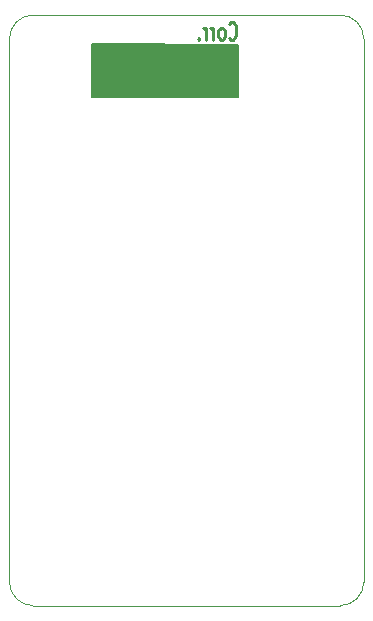
<source format=gbr>
G04 #@! TF.FileFunction,Legend,Bot*
%FSLAX46Y46*%
G04 Gerber Fmt 4.6, Leading zero omitted, Abs format (unit mm)*
G04 Created by KiCad (PCBNEW 4.0.6-e0-6349~53~ubuntu16.04.1) date Fri Mar 17 13:45:09 2017*
%MOMM*%
%LPD*%
G01*
G04 APERTURE LIST*
%ADD10C,0.200000*%
%ADD11C,0.250000*%
%ADD12C,0.100000*%
%ADD13C,0.150000*%
G04 APERTURE END LIST*
D10*
D11*
X118600000Y-51935714D02*
X118647619Y-52007143D01*
X118790476Y-52078571D01*
X118885714Y-52078571D01*
X119028572Y-52007143D01*
X119123810Y-51864286D01*
X119171429Y-51721429D01*
X119219048Y-51435714D01*
X119219048Y-51221429D01*
X119171429Y-50935714D01*
X119123810Y-50792857D01*
X119028572Y-50650000D01*
X118885714Y-50578571D01*
X118790476Y-50578571D01*
X118647619Y-50650000D01*
X118600000Y-50721429D01*
X118028572Y-52078571D02*
X118123810Y-52007143D01*
X118171429Y-51935714D01*
X118219048Y-51792857D01*
X118219048Y-51364286D01*
X118171429Y-51221429D01*
X118123810Y-51150000D01*
X118028572Y-51078571D01*
X117885714Y-51078571D01*
X117790476Y-51150000D01*
X117742857Y-51221429D01*
X117695238Y-51364286D01*
X117695238Y-51792857D01*
X117742857Y-51935714D01*
X117790476Y-52007143D01*
X117885714Y-52078571D01*
X118028572Y-52078571D01*
X117266667Y-52078571D02*
X117266667Y-51078571D01*
X117266667Y-51364286D02*
X117219048Y-51221429D01*
X117171429Y-51150000D01*
X117076191Y-51078571D01*
X116980952Y-51078571D01*
X116647619Y-52078571D02*
X116647619Y-51078571D01*
X116647619Y-51364286D02*
X116600000Y-51221429D01*
X116552381Y-51150000D01*
X116457143Y-51078571D01*
X116361904Y-51078571D01*
X116028571Y-51935714D02*
X115980952Y-52007143D01*
X116028571Y-52078571D01*
X116076190Y-52007143D01*
X116028571Y-51935714D01*
X116028571Y-52078571D01*
D12*
X128000000Y-100000000D02*
G75*
G03X130000000Y-98000000I0J2000000D01*
G01*
X100000000Y-98000000D02*
G75*
G03X102000000Y-100000000I2000000J0D01*
G01*
X130000000Y-52000000D02*
G75*
G03X128000000Y-50000000I-2000000J0D01*
G01*
X102000000Y-50000000D02*
G75*
G03X100000000Y-52000000I0J-2000000D01*
G01*
X128000000Y-50000000D02*
X102000000Y-50000000D01*
X130000000Y-98000000D02*
X130000000Y-52000000D01*
X102000000Y-100000000D02*
X128000000Y-100000000D01*
X100000000Y-52000000D02*
X100000000Y-98000000D01*
D13*
G36*
X119318721Y-52524674D02*
X119325000Y-52530978D01*
X119325000Y-56918934D01*
X119318934Y-56925000D01*
X107031066Y-56925000D01*
X107025000Y-56918934D01*
X107025000Y-52481155D01*
X107030853Y-52475325D01*
X119318721Y-52524674D01*
X119318721Y-52524674D01*
G37*
X119318721Y-52524674D02*
X119325000Y-52530978D01*
X119325000Y-56918934D01*
X119318934Y-56925000D01*
X107031066Y-56925000D01*
X107025000Y-56918934D01*
X107025000Y-52481155D01*
X107030853Y-52475325D01*
X119318721Y-52524674D01*
M02*

</source>
